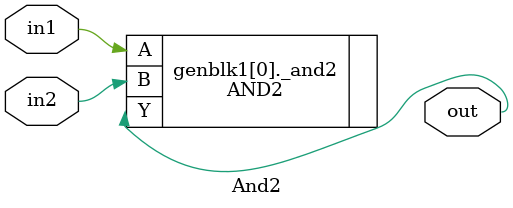
<source format=sv>
module And2 #(
    parameter WIDTH = 1
)(
    input  wire [WIDTH-1:0] in1,
    input  wire [WIDTH-1:0] in2,
    output wire [WIDTH-1:0] out
);

    genvar i;
    generate
    for (i = 0; i < WIDTH; i = i + 1) begin
        AND2 _and2(.A(in1[i]), .B(in2[i]), .Y(out[i]));
    end
    endgenerate

endmodule

</source>
